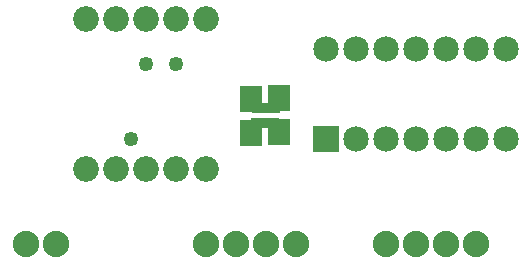
<source format=gbs>
G04 MADE WITH FRITZING*
G04 WWW.FRITZING.ORG*
G04 DOUBLE SIDED*
G04 HOLES PLATED*
G04 CONTOUR ON CENTER OF CONTOUR VECTOR*
%ASAXBY*%
%FSLAX23Y23*%
%MOIN*%
%OFA0B0*%
%SFA1.0B1.0*%
%ADD10C,0.086000*%
%ADD11C,0.085000*%
%ADD12C,0.088000*%
%ADD13C,0.049370*%
%ADD14R,0.085000X0.085000*%
%ADD15R,0.073551X0.089280*%
%ADD16R,0.095470X0.032222*%
%LNMASK0*%
G90*
G70*
G54D10*
X439Y356D03*
X539Y356D03*
X639Y356D03*
X739Y356D03*
X839Y356D03*
X439Y856D03*
X539Y856D03*
X639Y856D03*
X739Y856D03*
X839Y856D03*
G54D11*
X1239Y456D03*
X1239Y756D03*
X1339Y456D03*
X1339Y756D03*
X1439Y456D03*
X1439Y756D03*
X1539Y456D03*
X1539Y756D03*
X1639Y456D03*
X1639Y756D03*
X1739Y456D03*
X1739Y756D03*
X1839Y456D03*
X1839Y756D03*
G54D12*
X839Y106D03*
X939Y106D03*
X1039Y106D03*
X1139Y106D03*
X239Y106D03*
X339Y106D03*
X1439Y106D03*
X1539Y106D03*
X1639Y106D03*
X1739Y106D03*
G54D13*
X588Y456D03*
X639Y706D03*
X739Y706D03*
G54D14*
X1239Y456D03*
G54D15*
X1083Y478D03*
X988Y476D03*
X988Y589D03*
X1083Y591D03*
G54D16*
X1036Y509D03*
X1038Y558D03*
G04 End of Mask0*
M02*
</source>
